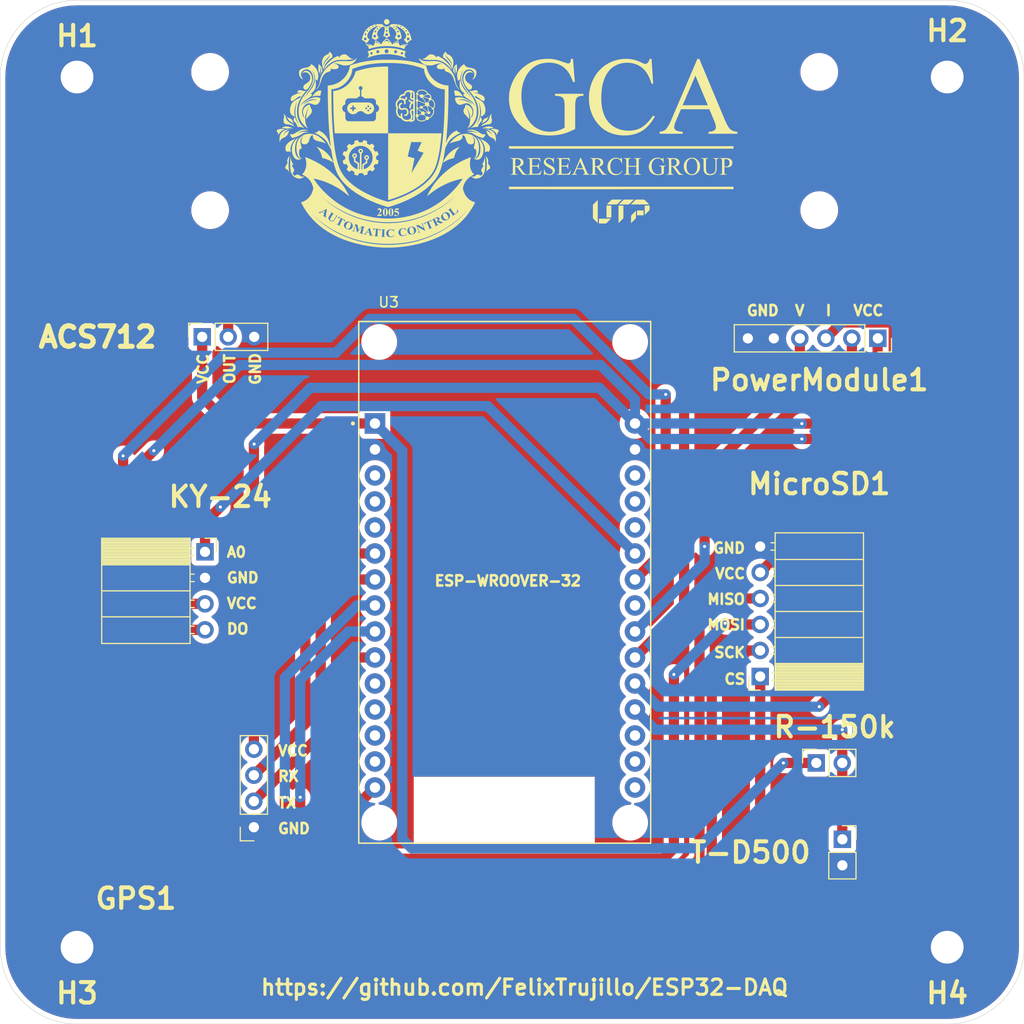
<source format=kicad_pcb>
(kicad_pcb (version 20240108) (generator "pcbnew") (generator_version "8.0")
  (title_block (title "DATA ACQUISITION SYSTEM"))
  (layers (0 "F.Cu" signal) (31 "B.Cu" signal) (34 "B.Paste" user) (35 "F.Paste" user) (36 "B.SilkS" user "B.Silkscreen") (37 "F.SilkS" user "F.Silkscreen") (38 "B.Mask" user) (39 "F.Mask" user) (44 "Edge.Cuts" user))
  (net 0 "")
  (net 3 "KY_DO")
  (net 4 "KY_A0")
  (net 6 "T-D500_OUT")
  (net 18 "GPS_VCC")
  (net 19 "GPS_RX")
  (net 20 "GPS_TX")
  (net 21 "CS_GND")
  (net 22 "CS_VCC")
  (net 23 "CS_OUT")
  (net 24 "MSD_MISO")
  (net 25 "MSD_SCK")
  (net 26 "MSD_CS")
  (net 27 "MSD_MOSI")
  (net 28 "PM_V")
  (net 29 "PM_I")
  (footprint "MountingHole:MountingHole_2.2mm_M2_ISO7380_Pad" (layer "F.Cu") (at 107.5 142.5)
    (property "Reference" "H3" (at 0 4.5 0) (layer "F.SilkS") (effects (font (size 2 2) (thickness 0.4) (bold yes))))
    (property "Value" "MountingHole_2.2mm_M2_ISO7380_Pad" (hide yes))
    (pad "3" thru_hole circle (at 0 0) (size 4.8 4.8) (drill 3.2) (layers "*.Cu" "*.Mask") (net 21 "CS_GND"))
  )
  (footprint "MountingHole:MountingHole_2.2mm_M2_ISO7380_Pad" (layer "F.Cu") (at 107.5 57.5)
    (property "Reference" "H1" (at 0 -4 0) (layer "F.SilkS") (effects (font (size 2 2) (thickness 0.4) (bold yes))))
    (property "Value" "MountingHole_2.2mm_M2_ISO7380_Pad" (hide yes))
    (pad "1" thru_hole circle (at 0 0) (size 4.8 4.8) (drill 3.2) (layers "*.Cu" "*.Mask") (net 21 "CS_GND"))
  )
  (footprint "MountingHole:MountingHole_2.2mm_M2_ISO7380_Pad" (layer "F.Cu") (at 192.5 142.5)
    (property "Reference" "H4" (at 0 4.5 0) (layer "F.SilkS") (effects (font (size 2 2) (thickness 0.4) (bold yes))))
    (property "Value" "MountingHole_2.2mm_M2_ISO7380_Pad" (hide yes))
    (pad "4" thru_hole circle (at 0 0) (size 4.8 4.8) (drill 3.2) (layers "*.Cu" "*.Mask") (net 21 "CS_GND"))
  )
  (footprint "Connector_PinSocket_2.54mm:PinSocket_1x06_P2.54mm_Horizontal" (layer "F.Cu") (at 174.23 116.055 180)
    (property "Reference" "MicroSD1" (at -5.77 18.805 180) (layer "F.SilkS") (effects (font (size 2 2) (thickness 0.4) (bold yes))))
    (property "Value" "Conn_01x06")
    (pad "1" thru_hole rect (at 0 0 180) (size 1.7 1.7) (drill 1) (layers "*.Cu" "*.Mask") (net 26 "MSD_CS"))
    (pad "2" thru_hole oval (at 0 2.54 180) (size 1.7 1.7) (drill 1) (layers "*.Cu" "*.Mask") (net 25 "MSD_SCK"))
    (pad "3" thru_hole oval (at 0 5.08 180) (size 1.7 1.7) (drill 1) (layers "*.Cu" "*.Mask") (net 27 "MSD_MOSI"))
    (pad "4" thru_hole oval (at 0 7.62 180) (size 1.7 1.7) (drill 1) (layers "*.Cu" "*.Mask") (net 24 "MSD_MISO"))
    (pad "5" thru_hole oval (at 0 10.16 180) (size 1.7 1.7) (drill 1) (layers "*.Cu" "*.Mask") (net 18 "GPS_VCC"))
    (pad "6" thru_hole oval (at 0 12.7 180) (size 1.7 1.7) (drill 1) (layers "*.Cu" "*.Mask") (net 21 "CS_GND"))
  )
  (footprint "Connector_PinSocket_2.54mm:PinSocket_1x04_P2.54mm_Vertical" (layer "F.Cu") (at 124.775 130.78 180)
    (property "Reference" "GPS1" (at 11.525 -6.97 180) (layer "F.SilkS") (effects (font (size 2 2) (thickness 0.4) (bold yes))))
    (property "Value" "Conn_01x04" (hide yes))
    (pad "1" thru_hole rect (at 0 0 180) (size 1.7 1.7) (drill 1) (layers "*.Cu" "*.Mask") (net 21 "CS_GND"))
    (pad "2" thru_hole oval (at 0 2.54 180) (size 1.7 1.7) (drill 1) (layers "*.Cu" "*.Mask") (net 20 "GPS_TX"))
    (pad "3" thru_hole oval (at 0 5.08 180) (size 1.7 1.7) (drill 1) (layers "*.Cu" "*.Mask") (net 19 "GPS_RX"))
    (pad "4" thru_hole oval (at 0 7.62 180) (size 1.7 1.7) (drill 1) (layers "*.Cu" "*.Mask") (net 18 "GPS_VCC"))
  )
  (footprint "Connector_PinSocket_2.54mm:PinSocket_1x02_P2.54mm_Vertical" (layer "F.Cu") (at 179.71 124.5 90)
    (property "Reference" "R-150k" (at 3.5 1.79 0) (layer "F.SilkS") (effects (font (size 2 2) (thickness 0.4) (bold yes))))
    (property "Value" "R" (hide yes))
    (pad "1" thru_hole rect (at 0 0 90) (size 1.7 1.7) (drill 1) (layers "*.Cu" "*.Mask") (net 22 "CS_VCC"))
    (pad "2" thru_hole oval (at 0 2.54 90) (size 1.7 1.7) (drill 1) (layers "*.Cu" "*.Mask") (net 6 "T-D500_OUT"))
  )
  (footprint "Connector_PinSocket_2.54mm:PinSocket_1x03_P2.54mm_Vertical" (layer "F.Cu") (at 119.725 82.88 90)
    (property "Reference" "ACS712" (at -0.02 -10.225 0) (layer "F.SilkS") (effects (font (size 2 2) (thickness 0.5) (bold yes))))
    (property "Value" "Conn_01x03" (hide yes))
    (pad "1" thru_hole rect (at 0 0 90) (size 1.7 1.7) (drill 1) (layers "*.Cu" "*.Mask") (net 22 "CS_VCC"))
    (pad "2" thru_hole oval (at 0 2.54 90) (size 1.7 1.7) (drill 1) (layers "*.Cu" "*.Mask") (net 23 "CS_OUT"))
    (pad "3" thru_hole oval (at 0 5.08 90) (size 1.7 1.7) (drill 1) (layers "*.Cu" "*.Mask") (net 21 "CS_GND"))
  )
  (footprint "MountingHole:MountingHole_3.2mm_M3" (layer "F.Cu") (at 120.5 57)
    (property "Reference" "REF**" (hide yes))
    (property "Value" "MountingHole_3.2mm_M3" (hide yes))
    (pad "" np_thru_hole circle (at 0 0) (size 3.2 3.2) (drill 3.2) (layers "*.Cu" "*.Mask"))
  )
  (footprint "MountingHole:MountingHole_3.2mm_M3" (layer "F.Cu") (at 180 70.5)
    (property "Reference" "REF**" (hide yes))
    (property "Value" "MountingHole_3.2mm_M3" (hide yes))
    (pad "" np_thru_hole circle (at 0 0) (size 3.2 3.2) (drill 3.2) (layers "*.Cu" "*.Mask"))
  )
  (footprint "Connector_PinSocket_2.54mm:PinSocket_1x04_P2.54mm_Horizontal" (layer "F.Cu") (at 120 103.88)
    (property "Reference" "KY-24" (at 1.5 -5.38 0) (layer "F.SilkS") (effects (font (size 2 2) (thickness 0.4) (bold yes))))
    (property "Value" "Conn_01x04" (hide yes))
    (pad "1" thru_hole rect (at 0 0) (size 1.7 1.7) (drill 1) (layers "*.Cu" "*.Mask") (net 4 "KY_A0"))
    (pad "2" thru_hole oval (at 0 2.54) (size 1.7 1.7) (drill 1) (layers "*.Cu" "*.Mask") (net 21 "CS_GND"))
    (pad "3" thru_hole oval (at 0 5.08) (size 1.7 1.7) (drill 1) (layers "*.Cu" "*.Mask") (net 18 "GPS_VCC"))
    (pad "4" thru_hole oval (at 0 7.62) (size 1.7 1.7) (drill 1) (layers "*.Cu" "*.Mask") (net 3 "KY_DO"))
  )
  (footprint "Connector_PinSocket_2.54mm:PinSocket_1x06_P2.54mm_Vertical" (layer "F.Cu") (at 185.725 83.025 -90)
    (property "Reference" "PowerModule1" (at 4.075 5.725 0) (layer "F.SilkS") (effects (font (size 2 2) (thickness 0.4) (bold yes))))
    (property "Value" "Conn_01x06" (hide yes))
    (pad "1" thru_hole rect (at 0 0 270) (size 1.7 1.7) (drill 1) (layers "*.Cu" "*.Mask") (net 18 "GPS_VCC"))
    (pad "2" thru_hole oval (at 0 2.54 270) (size 1.7 1.7) (drill 1) (layers "*.Cu" "*.Mask") (net 18 "GPS_VCC"))
    (pad "3" thru_hole oval (at 0 5.08 270) (size 1.7 1.7) (drill 1) (layers "*.Cu" "*.Mask") (net 29 "PM_I"))
    (pad "4" thru_hole oval (at 0 7.62 270) (size 1.7 1.7) (drill 1) (layers "*.Cu" "*.Mask") (net 28 "PM_V"))
    (pad "5" thru_hole oval (at 0 10.16 270) (size 1.7 1.7) (drill 1) (layers "*.Cu" "*.Mask") (net 21 "CS_GND"))
    (pad "6" thru_hole oval (at 0 12.7 270) (size 1.7 1.7) (drill 1) (layers "*.Cu" "*.Mask") (net 21 "CS_GND"))
  )
  (footprint "MountingHole:MountingHole_3.2mm_M3" (layer "F.Cu") (at 120.5 70.5)
    (property "Reference" "REF**" (hide yes))
    (property "Value" "MountingHole_3.2mm_M3" (hide yes))
    (pad "" np_thru_hole circle (at 0 0) (size 3.2 3.2) (drill 3.2) (layers "*.Cu" "*.Mask"))
  )
  (footprint "MountingHole:MountingHole_2.2mm_M2_ISO7380_Pad" (layer "F.Cu") (at 192.5 57.5)
    (property "Reference" "H2" (at 0 -4.5 0) (layer "F.SilkS") (effects (font (size 2 2) (thickness 0.4) (bold yes))))
    (property "Value" "MountingHole_2.2mm_M2_ISO7380_Pad" (hide yes))
    (pad "2" thru_hole circle (at 0 0) (size 4.8 4.8) (drill 3.2) (layers "*.Cu" "*.Mask") (net 21 "CS_GND"))
  )
  (footprint "Images:GCA_logo" (layer "F.Cu") (at 149.5 63)
    (property "Reference" "G***" (hide yes))
    (property "Value" "LOGO" (hide yes))
  )
  (footprint "Connector_PinSocket_2.54mm:PinSocket_1x02_P2.54mm_Vertical" (layer "F.Cu") (at 182.26 131.96)
    (property "Reference" "T-D500" (at -9.01 1.29 0) (layer "F.SilkS") (effects (font (size 2 2) (thickness 0.4) (bold yes))))
    (property "Value" "Conn_01x02" (hide yes))
    (pad "1" thru_hole rect (at 0 0) (size 1.7 1.7) (drill 1) (layers "*.Cu" "*.Mask") (net 6 "T-D500_OUT"))
    (pad "2" thru_hole oval (at 0 2.54) (size 1.7 1.7) (drill 1) (layers "*.Cu" "*.Mask") (net 21 "CS_GND"))
  )
  (footprint "ESP32-DEVKIT-V1 (2):MODULE_ESP32_DEVKIT_V1" (layer "F.Cu") (at 149.3 106.855)
    (property "Reference" "U3" (at -11.355 -27.36 0) (layer "F.SilkS"))
    (property "Value" "ESP32-DEVKIT-V1")
    (pad "" np_thru_hole circle (at -12.28 -23.475) (size 3 3) (drill 3) (layers "*.Cu" "*.Mask"))
    (pad "" np_thru_hole circle (at -12.28 23.475) (size 3 3) (drill 3) (layers "*.Cu" "*.Mask"))
    (pad "" np_thru_hole circle (at 12.23 -23.475) (size 3 3) (drill 3) (layers "*.Cu" "*.Mask"))
    (pad "" np_thru_hole circle (at 12.23 23.475) (size 3 3) (drill 3) (layers "*.Cu" "*.Mask"))
    (pad "1" thru_hole rect (at -12.7 -15.515) (size 2 2) (drill 1.02) (layers "*.Cu" "*.Mask") (net 22 "CS_VCC"))
    (pad "2" thru_hole circle (at -12.7 -12.975) (size 2 2) (drill 1.02) (layers "*.Cu" "*.Mask") (net 21 "CS_GND"))
    (pad "3" thru_hole circle (at -12.7 -10.435) (size 2 2) (drill 1.02) (layers "*.Cu" "*.Mask"))
    (pad "4" thru_hole circle (at -12.7 -7.895) (size 2 2) (drill 1.02) (layers "*.Cu" "*.Mask"))
    (pad "5" thru_hole circle (at -12.7 -5.355) (size 2 2) (drill 1.02) (layers "*.Cu" "*.Mask"))
    (pad "6" thru_hole circle (at -12.7 -2.815) (size 2 2) (drill 1.02) (layers "*.Cu" "*.Mask") (net 19 "GPS_RX"))
    (pad "7" thru_hole circle (at -12.7 -0.275) (size 2 2) (drill 1.02) (layers "*.Cu" "*.Mask") (net 20 "GPS_TX"))
    (pad "8" thru_hole circle (at -12.7 2.265) (size 2 2) (drill 1.02) (layers "*.Cu" "*.Mask") (net 26 "MSD_CS"))
    (pad "9" thru_hole circle (at -12.7 4.805) (size 2 2) (drill 1.02) (layers "*.Cu" "*.Mask") (net 25 "MSD_SCK"))
    (pad "10" thru_hole circle (at -12.7 7.345) (size 2 2) (drill 1.02) (layers "*.Cu" "*.Mask") (net 24 "MSD_MISO"))
    (pad "11" thru_hole circle (at -12.7 9.885) (size 2 2) (drill 1.02) (layers "*.Cu" "*.Mask"))
    (pad "12" thru_hole circle (at -12.7 12.425) (size 2 2) (drill 1.02) (layers "*.Cu" "*.Mask"))
    (pad "13" thru_hole circle (at -12.7 14.965) (size 2 2) (drill 1.02) (layers "*.Cu" "*.Mask"))
    (pad "14" thru_hole circle (at -12.7 17.505) (size 2 2) (drill 1.02) (layers "*.Cu" "*.Mask"))
    (pad "15" thru_hole circle (at -12.7 20.045) (size 2 2) (drill 1.02) (layers "*.Cu" "*.Mask") (net 27 "MSD_MOSI"))
    (pad "16" thru_hole circle (at 12.7 20.045) (size 2 2) (drill 1.02) (layers "*.Cu" "*.Mask"))
    (pad "17" thru_hole circle (at 12.7 17.505) (size 2 2) (drill 1.02) (layers "*.Cu" "*.Mask"))
    (pad "18" thru_hole circle (at 12.7 14.965) (size 2 2) (drill 1.02) (layers "*.Cu" "*.Mask"))
    (pad "19" thru_hole circle (at 12.7 12.425) (size 2 2) (drill 1.02) (layers "*.Cu" "*.Mask") (net 6 "T-D500_OUT"))
    (pad "20" thru_hole circle (at 12.7 9.885) (size 2 2) (drill 1.02) (layers "*.Cu" "*.Mask") (net 29 "PM_I"))
    (pad "21" thru_hole circle (at 12.7 7.345) (size 2 2) (drill 1.02) (layers "*.Cu" "*.Mask") (net 23 "CS_OUT"))
    (pad "22" thru_hole circle (at 12.7 4.805) (size 2 2) (drill 1.02) (layers "*.Cu" "*.Mask") (net 28 "PM_V"))
    (pad "23" thru_hole circle (at 12.7 2.265) (size 2 2) (drill 1.02) (layers "*.Cu" "*.Mask"))
    (pad "24" thru_hole circle (at 12.7 -0.275) (size 2 2) (drill 1.02) (layers "*.Cu" "*.Mask") (net 3 "KY_DO"))
    (pad "25" thru_hole circle (at 12.7 -2.815) (size 2 2) (drill 1.02) (layers "*.Cu" "*.Mask") (net 4 "KY_A0"))
    (pad "26" thru_hole circle (at 12.7 -5.355) (size 2 2) (drill 1.02) (layers "*.Cu" "*.Mask"))
    (pad "27" thru_hole circle (at 12.7 -7.895) (size 2 2) (drill 1.02) (layers "*.Cu" "*.Mask"))
    (pad "28" thru_hole circle (at 12.7 -10.435) (size 2 2) (drill 1.02) (layers "*.Cu" "*.Mask"))
    (pad "29" thru_hole circle (at 12.7 -12.975) (size 2 2) (drill 1.02) (layers "*.Cu" "*.Mask") (net 21 "CS_GND"))
    (pad "30" thru_hole circle (at 12.7 -15.515) (size 2 2) (drill 1.02) (layers "*.Cu" "*.Mask") (net 18 "GPS_VCC"))
    (zone (net 0) (net_name "") (layer "F.Cu") (connect_pads (clearance 0)) (min_thickness 0.01)
      (keepout (tracks not_allowed) (vias not_allowed) (pads not_allowed) (copperpour not_allowed) (footprints allowed))
      (fill (thermal_gap 0.508) (thermal_bridge_width 0.508))
      (polygon (pts (xy 140.39 125.84) (xy 158.08 125.84) (xy 158.08 132.33) (xy 140.39 132.33)))
    )
    (zone (net 0) (net_name "") (layer "B.Cu") (connect_pads (clearance 0)) (min_thickness 0.01)
      (keepout (tracks not_allowed) (vias not_allowed) (pads not_allowed) (copperpour not_allowed) (footprints allowed))
      (fill (thermal_gap 0.508) (thermal_bridge_width 0.508))
      (polygon (pts (xy 140.39 125.84) (xy 158.08 125.84) (xy 158.08 132.33) (xy 140.39 132.33)))
    )
  )
  (footprint "MountingHole:MountingHole_3.2mm_M3" (layer "F.Cu") (at 180 57)
    (property "Reference" "REF**" (hide yes))
    (property "Value" "MountingHole_3.2mm_M3" (hide yes))
    (pad "" np_thru_hole circle (at 0 0) (size 3.2 3.2) (drill 3.2) (layers "F&B.Cu" "*.Mask"))
  )
  (gr_line (start 100 142.5) (end 100 57.5) (stroke (width 0.05)) (layer "Edge.Cuts"))
  (gr_arc (start 100 57.5) (mid 102.196699 52.196699) (end 107.5 50) (stroke (width 0.05)) (layer "Edge.Cuts"))
  (gr_line (start 200 57.5) (end 200 142.5) (stroke (width 0.05)) (layer "Edge.Cuts"))
  (gr_arc (start 200 142.5) (mid 197.803301 147.803301) (end 192.5 150) (stroke (width 0.05)) (layer "Edge.Cuts"))
  (gr_arc (start 107.5 150) (mid 102.196699 147.803301) (end 100 142.5) (stroke (width 0.05)) (layer "Edge.Cuts"))
  (gr_line (start 107.5 50) (end 192.5 50) (stroke (width 0.05)) (layer "Edge.Cuts"))
  (gr_line (start 107.5 150) (end 192.5 150) (stroke (width 0.05)) (layer "Edge.Cuts"))
  (gr_arc (start 192.5 50) (mid 197.803301 52.196699) (end 200 57.5) (stroke (width 0.05)) (layer "Edge.Cuts"))
  (gr_text "SCK" (at 169.604762 114.3 0) (layer "F.SilkS") (effects (font (size 1 1) (thickness 0.25) (bold yes)) (justify left bottom)))
  (gr_text "MOSI\n" (at 168.938096 111.6 0) (layer "F.SilkS") (effects (font (size 1 1) (thickness 0.25) (bold yes)) (justify left bottom)))
  (gr_text "OUT" (at 123 87.604762 90) (layer "F.SilkS") (effects (font (size 1 1) (thickness 0.25) (bold yes)) (justify left bottom)))
  (gr_text "GND" (at 169.509524 104.1 0) (layer "F.SilkS") (effects (font (size 1 1) (thickness 0.25) (bold yes)) (justify left bottom)))
  (gr_text "V" (at 177.5 80.9 0) (layer "F.SilkS") (effects (font (size 1 1) (thickness 0.25) (bold yes)) (justify left bottom)))
  (gr_text "I" (at 180.5 80.9 0) (layer "F.SilkS") (effects (font (size 1 1) (thickness 0.25) (bold yes)) (justify left bottom)))
  (gr_text "CS" (at 170.604762 116.9 0) (layer "F.SilkS") (effects (font (size 1 1) (thickness 0.25) (bold yes)) (justify left bottom)))
  (gr_text "A0" (at 122 104.5 0) (layer "F.SilkS") (effects (font (size 1 1) (thickness 0.25) (bold yes)) (justify left bottom)))
  (gr_text "GND" (at 122 107 0) (layer "F.SilkS") (effects (font (size 1 1) (thickness 0.25) (bold yes)) (justify left bottom)))
  (gr_text "VCC" (at 120.4 87.6 90) (layer "F.SilkS") (effects (font (size 1 1) (thickness 0.25) (bold yes)) (justify left bottom)))
  (gr_text "TX" (at 127 129 0) (layer "F.SilkS") (effects (font (size 1 1) (thickness 0.25) (bold yes)) (justify left bottom)))
  (gr_text "VCC" (at 122 109.5 0) (layer "F.SilkS") (effects (font (size 1 1) (thickness 0.25) (bold yes)) (justify left bottom)))
  (gr_text "ESP-WROOVER-32" (at 142.3 107.3 0) (layer "F.SilkS") (effects (font (size 1 1) (thickness 0.25) (bold yes)) (justify left bottom)))
  (gr_text "GND" (at 125.5 87.7 90) (layer "F.SilkS") (effects (font (size 1 1) (thickness 0.25) (bold yes)) (justify left bottom)))
  (gr_text "GND" (at 172.8 80.9 0) (layer "F.SilkS") (effects (font (size 1 1) (thickness 0.25) (bold yes)) (justify left bottom)))
  (gr_text "GND" (at 127 131.5 0) (layer "F.SilkS") (effects (font (size 1 1) (thickness 0.25) (bold yes)) (justify left bottom)))
  (gr_text "https://github.com/FelixTrujillo/ESP32-DAQ" (at 125.3 147.3 0) (layer "F.SilkS") (effects (font (size 1.5 1.5) (thickness 0.3) (bold yes)) (justify left bottom)))
  (gr_text "DO" (at 122 112 0) (layer "F.SilkS") (effects (font (size 1 1) (thickness 0.25) (bold yes)) (justify left bottom)))
  (gr_text "MISO" (at 168.938096 109.1 0) (layer "F.SilkS") (effects (font (size 1 1) (thickness 0.25) (bold yes)) (justify left bottom)))
  (gr_text "VCC" (at 127 123.9 0) (layer "F.SilkS") (effects (font (size 1 1) (thickness 0.25) (bold yes)) (justify left bottom)))
  (gr_text "VCC" (at 183.2 80.9 0) (layer "F.SilkS") (effects (font (size 1 1) (thickness 0.25) (bold yes)) (justify left bottom)))
  (gr_text "VCC" (at 169.7 106.6 0) (layer "F.SilkS") (effects (font (size 1 1) (thickness 0.25) (bold yes)) (justify left bottom)))
  (gr_text "RX" (at 127 126.4 0) (layer "F.SilkS") (effects (font (size 1 1) (thickness 0.25) (bold yes)) (justify left bottom)))
  (segment (start 114.802944 111.5) (end 112 108.697056) (width 1) (layer "F.Cu") (net 3))
  (segment (start 120 111.5) (end 114.802944 111.5) (width 1) (layer "F.Cu") (net 3))
  (segment (start 165 88.5) (end 165 103.58) (width 1) (layer "F.Cu") (net 3))
  (segment (start 112 108.697056) (end 112 94.5) (width 1) (layer "F.Cu") (net 3))
  (segment (start 165 103.58) (end 162 106.58) (width 1) (layer "F.Cu") (net 3))
  (via (at 165 88.5) (size 0.6) (drill 0.3) (layers "F.Cu" "B.Cu") (net 3))
  (via (at 112 94.5) (size 0.6) (drill 0.3) (layers "F.Cu" "B.Cu") (net 3))
  (segment (start 112 94.5) (end 122.07 84.43) (width 1) (layer "B.Cu") (net 3))
  (segment (start 136.088019 81.13) (end 155.99 81.13) (width 1) (layer "B.Cu") (net 3))
  (segment (start 163.36 88.5) (end 165 88.5) (width 1) (layer "B.Cu") (net 3))
  (segment (start 132.788019 84.43) (end 136.088019 81.13) (width 1) (layer "B.Cu") (net 3))
  (segment (start 122.07 84.43) (end 132.788019 84.43) (width 1) (layer "B.Cu") (net 3))
  (segment (start 155.99 81.13) (end 163.36 88.5) (width 1) (layer "B.Cu") (net 3))
  (segment (start 120 101) (end 121.5 99.5) (width 1) (layer "F.Cu") (net 4))
  (segment (start 120 103.88) (end 120 101) (width 1) (layer "F.Cu") (net 4))
  (via (at 121.5 99.5) (size 0.6) (drill 0.3) (layers "F.Cu" "B.Cu") (net 4))
  (segment (start 131.36 89.64) (end 147.6 89.64) (width 1) (layer "B.Cu") (net 4))
  (segment (start 121.5 99.5) (end 131.36 89.64) (width 1) (layer "B.Cu") (net 4))
  (segment (start 147.6 89.64) (end 162 104.04) (width 1) (layer "B.Cu") (net 4))
  (segment (start 182.25 131.95) (end 182.26 131.96) (width 1) (layer "F.Cu") (net 6))
  (segment (start 182.25 124.5) (end 182.25 121.25) (width 1) (layer "F.Cu") (net 6))
  (segment (start 182.25 124.5) (end 182.25 131.95) (width 1) (layer "F.Cu") (net 6))
  (via (at 182.25 121.25) (size 0.6) (drill 0.3) (layers "F.Cu" "B.Cu") (net 6))
  (segment (start 163.97 121.25) (end 162 119.28) (width 1) (layer "B.Cu") (net 6))
  (segment (start 182.25 121.25) (end 163.97 121.25) (width 1) (layer "B.Cu") (net 6))
  (segment (start 185.7 83.05) (end 185.7 89.08) (width 1) (layer "F.Cu") (net 18))
  (segment (start 124.775 123.16) (end 124.775 93.38) (width 1) (layer "F.Cu") (net 18))
  (segment (start 124.775 93.38) (end 124.8 93.355) (width 1) (layer "F.Cu") (net 18))
  (segment (start 185.725 83.025) (end 185.7 83.05) (width 1) (layer "F.Cu") (net 18))
  (segment (start 183.185 89.315) (end 181.145 91.355) (width 1) (layer "F.Cu") (net 18))
  (segment (start 181.925 92.855) (end 181.925 98.2) (width 1) (layer "F.Cu") (net 18))
  (segment (start 185.7 89.08) (end 181.925 92.855) (width 1) (layer "F.Cu") (net 18))
  (segment (start 120 108.96) (end 113.96 108.96) (width 1) (layer "F.Cu") (net 18))
  (segment (start 113.96 108.96) (end 113.5 108.5) (width 1) (layer "F.Cu") (net 18))
  (segment (start 181.145 91.355) (end 178.3 91.355) (width 1) (layer "F.Cu") (net 18))
  (segment (start 180.8 92.855) (end 181.925 92.855) (width 1) (layer "F.Cu") (net 18))
  (segment (start 113.5 108.5) (end 113.5 95.5) (width 1) (layer "F.Cu") (net 18))
  (segment (start 183.185 83.025) (end 183.185 89.315) (width 1) (layer "F.Cu") (net 18))
  (segment (start 181.925 98.2) (end 174.23 105.895) (width 1) (layer "F.Cu") (net 18))
  (segment (start 178.3 92.855) (end 180.8 92.855) (width 1) (layer "F.Cu") (net 18))
  (segment (start 113.5 95.5) (end 115 94) (width 1) (layer "F.Cu") (net 18))
  (via (at 178.3 91.355) (size 0.6) (drill 0.3) (layers "F.Cu" "B.Cu") (net 18))
  (via (at 115 94) (size 0.6) (drill 0.3) (layers "F.Cu" "B.Cu") (net 18))
  (via (at 178.3 92.855) (size 0.6) (drill 0.3) (layers "F.Cu" "B.Cu") (net 18))
  (via (at 124.8 93.355) (size 0.6) (drill 0.3) (layers "F.Cu" "B.Cu") (net 18))
  (segment (start 177.285 91.34) (end 162 91.34) (width 1) (layer "B.Cu") (net 18))
  (segment (start 115 94) (end 123.37 85.63) (width 1) (layer "B.Cu") (net 18))
  (segment (start 177.3 91.355) (end 177.285 91.34) (width 1) (layer "B.Cu") (net 18))
  (segment (start 178.3 92.855) (end 163.515 92.855) (width 1) (layer "B.Cu") (net 18))
  (segment (start 178.3 91.355) (end 177.3 91.355) (width 1) (layer "B.Cu") (net 18))
  (segment (start 163.515 92.855) (end 162 91.34) (width 1) (layer "B.Cu") (net 18))
  (segment (start 123.37 85.63) (end 158.63 85.63) (width 1) (layer "B.Cu") (net 18))
  (segment (start 124.8 93.355) (end 130.3 87.855) (width 1) (layer "B.Cu") (net 18))
  (segment (start 158.515 87.855) (end 162 91.34) (width 1) (layer "B.Cu") (net 18))
  (segment (start 130.3 87.855) (end 158.515 87.855) (width 1) (layer "B.Cu") (net 18))
  (segment (start 162 89) (end 162 91.34) (width 1) (layer "B.Cu") (net 18))
  (segment (start 158.63 85.63) (end 162 89) (width 1) (layer "B.Cu") (net 18))
  (segment (start 124.775 125.7) (end 129.8 120.675) (width 1) (layer "F.Cu") (net 19))
  (segment (start 134.115 104.04) (end 136.6 104.04) (width 1) (layer "F.Cu") (net 19))
  (segment (start 129.8 108.355) (end 134.115 104.04) (width 1) (layer "F.Cu") (net 19))
  (segment (start 129.8 120.675) (end 129.8 108.355) (width 1) (layer "F.Cu") (net 19))
  (segment (start 131.3 121.715) (end 131.3 109.355) (width 1) (layer "F.Cu") (net 20))
  (segment (start 124.775 128.24) (end 131.3 121.715) (width 1) (layer "F.Cu") (net 20))
  (segment (start 134.075 106.58) (end 136.6 106.58) (width 1) (layer "F.Cu") (net 20))
  (segment (start 131.3 109.355) (end 134.075 106.58) (width 1) (layer "F.Cu") (net 20))
  (segment (start 122.3 91.355) (end 122.315 91.34) (width 0.2) (layer "F.Cu") (net 22))
  (segment (start 119.725 88.78) (end 122.3 91.355) (width 1) (layer "F.Cu") (net 22))
  (segment (start 119.725 82.88) (end 119.725 88.78) (width 1) (layer "F.Cu") (net 22))
  (segment (start 122.315 91.34) (end 136.6 91.34) (width 1) (layer "F.Cu") (net 22))
  (segment (start 179.71 124.5) (end 176.5 124.5) (width 1) (layer "F.Cu") (net 22))
  (via (at 176.5 124.5) (size 0.6) (drill 0.3) (layers "F.Cu" "B.Cu") (net 22))
  (segment (start 139.27 94.01) (end 136.6 91.34) (width 1) (layer "B.Cu") (net 22))
  (segment (start 168.17 132.83) (end 140.182892 132.83) (width 1) (layer "B.Cu") (net 22))
  (segment (start 139.27 131.917108) (end 139.27 94.01) (width 1) (layer "B.Cu") (net 22))
  (segment (start 176.5 124.5) (end 168.17 132.83) (width 1) (layer "B.Cu") (net 22))
  (segment (start 140.182892 132.83) (end 139.27 131.917108) (width 1) (layer "B.Cu") (net 22))
  (segment (start 166.8 109.4) (end 166.8 80.355) (width 1) (layer "F.Cu") (net 23))
  (segment (start 162 114.2) (end 166.8 109.4) (width 1) (layer "F.Cu") (net 23))
  (segment (start 166.8 80.355) (end 165.3 78.855) (width 1) (layer "F.Cu") (net 23))
  (segment (start 165.3 78.855) (end 123.8 78.855) (width 1) (layer "F.Cu") (net 23))
  (segment (start 123.8 78.855) (end 122.265 80.39) (width 1) (layer "F.Cu") (net 23))
  (segment (start 122.265 80.39) (end 122.265 82.88) (width 1) (layer "F.Cu") (net 23))
  (segment (start 168.3 110.855) (end 168.3 133.855) (width 1) (layer "F.Cu") (net 24))
  (segment (start 134.955 114.2) (end 136.6 114.2) (width 1) (layer "F.Cu") (net 24))
  (segment (start 132.8 134.855) (end 132.8 116.355) (width 1) (layer "F.Cu") (net 24))
  (segment (start 166.3 135.855) (end 133.8 135.855) (width 1) (layer "F.Cu") (net 24))
  (segment (start 132.8 116.355) (end 134.955 114.2) (width 1) (layer "F.Cu") (net 24))
  (segment (start 174.23 108.435) (end 170.72 108.435) (width 1) (layer "F.Cu") (net 24))
  (segment (start 133.8 135.855) (end 132.8 134.855) (width 1) (layer "F.Cu") (net 24))
  (segment (start 168.3 133.855) (end 166.3 135.855) (width 1) (layer "F.Cu") (net 24))
  (segment (start 170.72 108.435) (end 168.3 110.855) (width 1) (layer "F.Cu") (net 24))
  (segment (start 132.5 137.055) (end 129.3 133.855) (width 1) (layer "F.Cu") (net 25))
  (segment (start 169.5 134.655) (end 167.1 137.055) (width 1) (layer "F.Cu") (net 25))
  (segment (start 129.3 133.855) (end 129.3 127.855) (width 1) (layer "F.Cu") (net 25))
  (segment (start 167.1 137.055) (end 132.5 137.055) (width 1) (layer "F.Cu") (net 25))
  (segment (start 174.23 113.515) (end 173.027919 113.515) (width 1) (layer "F.Cu") (net 25))
  (segment (start 173.027919 113.515) (end 169.5 117.042919) (width 1) (layer "F.Cu") (net 25))
  (segment (start 169.5 117.042919) (end 169.5 134.655) (width 1) (layer "F.Cu") (net 25))
  (via (at 129.3 127.855) (size 0.6) (drill 0.3) (layers "F.Cu" "B.Cu") (net 25))
  (segment (start 129.3 127.855) (end 129.3 116.355) (width 1) (layer "B.Cu") (net 25))
  (segment (start 129.3 116.355) (end 133.995 111.66) (width 1) (layer "B.Cu") (net 25))
  (segment (start 133.995 111.66) (end 136.6 111.66) (width 1) (layer "B.Cu") (net 25))
  (segment (start 131.7 138.255) (end 127.8 134.355) (width 1) (layer "F.Cu") (net 26))
  (segment (start 174.23 131.622056) (end 167.597056 138.255) (width 1) (layer "F.Cu") (net 26))
  (segment (start 174.23 116.055) (end 174.23 131.622056) (width 1) (layer "F.Cu") (net 26))
  (segment (start 127.8 134.355) (end 127.8 127.855) (width 1) (layer "F.Cu") (net 26))
  (segment (start 167.597056 138.255) (end 131.7 138.255) (width 1) (layer "F.Cu") (net 26))
  (via (at 127.8 127.855) (size 0.6) (drill 0.3) (layers "F.Cu" "B.Cu") (net 26))
  (segment (start 134.837944 109.12) (end 136.6 109.12) (width 1) (layer "B.Cu") (net 26))
  (segment (start 127.8 127.855) (end 127.8 116.157944) (width 1) (layer "B.Cu") (net 26))
  (segment (start 127.8 116.157944) (end 134.837944 109.12) (width 1) (layer "B.Cu") (net 26))
  (segment (start 134 131.555) (end 134 129.5) (width 1) (layer "F.Cu") (net 27))
  (segment (start 165.8 115.855) (end 165.8 132.855) (width 1) (layer "F.Cu") (net 27))
  (segment (start 164.8 133.855) (end 136.3 133.855) (width 1) (layer "F.Cu") (net 27))
  (segment (start 136.3 133.855) (end 134 131.555) (width 1) (layer "F.Cu") (net 27))
  (segment (start 134 129.5) (end 136.6 126.9) (width 1) (layer "F.Cu") (net 27))
  (segment (start 170.92 110.975) (end 170.8 110.855) (width 1) (layer "F.Cu") (net 27))
  (segment (start 174.23 110.975) (end 170.92 110.975) (width 1) (layer "F.Cu") (net 27))
  (segment (start 165.8 132.855) (end 164.8 133.855) (width 1) (layer "F.Cu") (net 27))
  (via (at 165.8 115.855) (size 0.6) (drill 0.3) (layers "F.Cu" "B.Cu") (net 27))
  (via (at 170.8 110.855) (size 0.6) (drill 0.3) (layers "F.Cu" "B.Cu") (net 27))
  (segment (start 170.8 110.855) (end 165.8 115.855) (width 1) (layer "B.Cu") (net 27))
  (segment (start 178.105 87.056238) (end 168.8 96.361238) (width 1) (layer "F.Cu") (net 28))
  (segment (start 168.8 96.361238) (end 168.8 103.355) (width 1) (layer "F.Cu") (net 28))
  (segment (start 178.105 83.025) (end 178.105 87.056238) (width 1) (layer "F.Cu") (net 28))
  (via (at 168.8 103.355) (size 0.6) (drill 0.3) (layers "F.Cu" "B.Cu") (net 28))
  (segment (start 168.8 103.355) (end 168.8 104.86) (width 1) (layer "B.Cu") (net 28))
  (segment (start 168.8 104.86) (end 162 111.66) (width 1) (layer "B.Cu") (net 28))
  (segment (start 182.195 81.475) (end 187.275 81.475) (width 1) (layer "F.Cu") (net 29))
  (segment (start 180.645 83.025) (end 182.195 81.475) (width 1) (layer "F.Cu") (net 29))
  (segment (start 187.275 81.475) (end 187.275 111.725) (width 1) (layer "F.Cu") (net 29))
  (segment (start 187.275 111.725) (end 180 119) (width 1) (layer "F.Cu") (net 29))
  (via (at 180 119) (size 0.6) (drill 0.3) (layers "F.Cu" "B.Cu") (net 29))
  (segment (start 180 119) (end 164.26 119) (width 1) (layer "B.Cu") (net 29))
  (segment (start 164.26 119) (end 162 116.74) (width 1) (layer "B.Cu") (net 29))
  (zone (net 21) (net_name "CS_GND") (layers "F&B.Cu") (connect_pads yes (clearance 0.5)) (min_thickness 0.25) (fill yes (thermal_gap 0.5) (thermal_bridge_width 0.5) (island_removal_mode 1) (island_area_min 10))
    (polygon (pts (xy 100.5 50.5) (xy 100.5 149.5) (xy 199.5 149.5) (xy 199.5 50.5)))
  )
)
</source>
